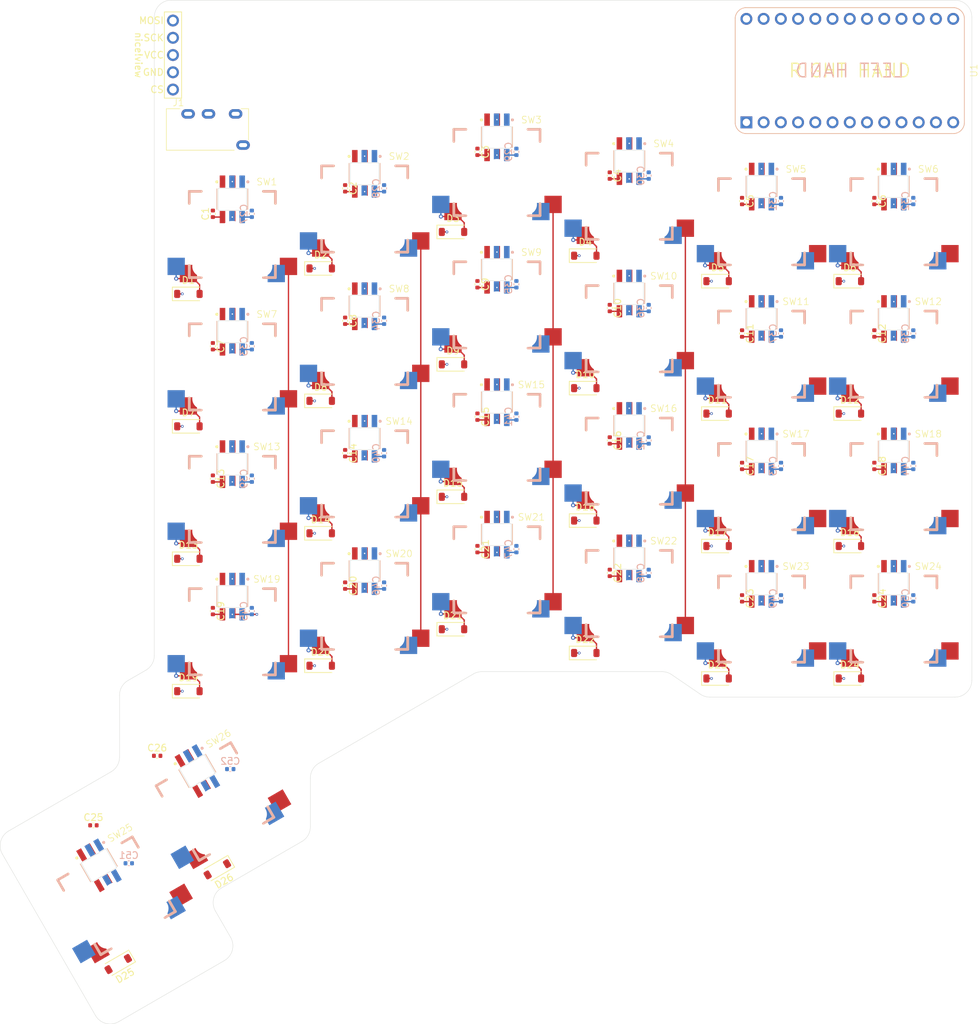
<source format=kicad_pcb>
(kicad_pcb (version 20221018) (generator pcbnew)
  (layers (0 "F.Cu" signal) (1 "In1.Cu" signal) (2 "In2.Cu" signal) (31 "B.Cu" signal) (34 "B.Paste" user) (35 "F.Paste" user) (36 "B.SilkS" user "B.Silkscreen") (37 "F.SilkS" user "F.Silkscreen") (38 "B.Mask" user) (39 "F.Mask" user) (44 "Edge.Cuts" user))
  (net 0 "")
  (net 1 "GND")
  (net 2 "VDD")
  (net 3 "/ROW0")
  (net 4 "Net-(D1-A)")
  (net 5 "Net-(D2-A)")
  (net 6 "Net-(D3-A)")
  (net 7 "Net-(D4-A)")
  (net 8 "Net-(D5-A)")
  (net 9 "Net-(D6-A)")
  (net 10 "/ROW1")
  (net 11 "Net-(D7-A)")
  (net 12 "Net-(D8-A)")
  (net 13 "Net-(D9-A)")
  (net 14 "Net-(D10-A)")
  (net 15 "Net-(D11-A)")
  (net 16 "Net-(D12-A)")
  (net 17 "/ROW2")
  (net 18 "Net-(D13-A)")
  (net 19 "Net-(D14-A)")
  (net 20 "Net-(D15-A)")
  (net 21 "Net-(D16-A)")
  (net 22 "Net-(D17-A)")
  (net 23 "Net-(D18-A)")
  (net 24 "/ROW3")
  (net 25 "Net-(D19-A)")
  (net 26 "Net-(D20-A)")
  (net 27 "Net-(D21-A)")
  (net 28 "Net-(D22-A)")
  (net 29 "Net-(D23-A)")
  (net 30 "Net-(D24-A)")
  (net 31 "/ROW4")
  (net 32 "Net-(D25-A)")
  (net 33 "Net-(D26-A)")
  (net 39 "Net-(SW1-DOUT)")
  (net 40 "/LED_D")
  (net 41 "/COL0")
  (net 42 "Net-(SW2-DOUT)")
  (net 43 "/COL1")
  (net 44 "Net-(SW3-DOUT)")
  (net 45 "/COL2")
  (net 46 "Net-(SW4-DOUT)")
  (net 47 "/COL3")
  (net 48 "Net-(SW5-DOUT)")
  (net 49 "/COL4")
  (net 50 "/COL5")
  (net 51 "Net-(SW7-DOUT)")
  (net 52 "Net-(SW8-DOUT)")
  (net 53 "Net-(SW10-DIN)")
  (net 54 "Net-(SW10-DOUT)")
  (net 55 "Net-(SW11-DOUT)")
  (net 56 "Net-(SW13-DOUT)")
  (net 57 "Net-(SW14-DOUT)")
  (net 58 "Net-(SW15-DOUT)")
  (net 59 "Net-(SW16-DOUT)")
  (net 60 "Net-(SW17-DOUT)")
  (net 61 "Net-(SW19-DOUT)")
  (net 62 "Net-(SW20-DOUT)")
  (net 63 "Net-(SW21-DOUT)")
  (net 64 "Net-(SW22-DOUT)")
  (net 65 "Net-(SW23-DOUT)")
  (net 66 "Net-(SW25-DOUT)")
  (net 90 "Net-(SW6-DOUT)")
  (net 91 "Net-(SW12-DOUT)")
  (net 92 "Net-(SW18-DOUT)")
  (net 93 "Net-(SW24-DOUT)")
  (footprint "Diode_SMD:D_SOD-123" (layer "F.Cu") (at 184.7412 87.1018)
    (fp_text reference "D12")
    (fp_text value "1N4148W" hide)
  )
  (footprint "Capacitor_SMD:C_0402_1005Metric" (layer "F.Cu") (at 149.3458 52.0588 -90)
    (fp_text reference "C4")
    (fp_text value "c=100n" hide)
  )
  (footprint "SWITCH-THT-MX:SWITCH-GATERON-LOW-HOT" (layer "F.Cu") (at 132.7162 71.1018)
    (fp_text reference "SW9")
    (fp_text value "GATERON-MX-HOTSWAP-RGB")
    (fp_line (start -2.1 -6.775) (end -2.1 -3.575) (stroke (width 0.05)) (layer "Edge.Cuts"))
    (fp_line (start 2.1 -6.775) (end -2.1 -6.775) (stroke (width 0.05)) (layer "Edge.Cuts"))
    (fp_line (start 2.1 -6.775) (end 2.1 -3.575) (stroke (width 0.05)) (layer "Edge.Cuts"))
    (fp_line (start 2.1 -3.575) (end -2.1 -3.575) (stroke (width 0.05)) (layer "Edge.Cuts"))
  )
  (footprint "SWITCH-THT-MX:SWITCH-GATERON-LOW-HOT" (layer "F.Cu") (at 93.7162 80.2268)
    (fp_text reference "SW7")
    (fp_text value "GATERON-MX-HOTSWAP-RGB")
    (fp_line (start -2.1 -6.775) (end -2.1 -3.575) (stroke (width 0.05)) (layer "Edge.Cuts"))
    (fp_line (start 2.1 -6.775) (end -2.1 -6.775) (stroke (width 0.05)) (layer "Edge.Cuts"))
    (fp_line (start 2.1 -6.775) (end 2.1 -3.575) (stroke (width 0.05)) (layer "Edge.Cuts"))
    (fp_line (start 2.1 -3.575) (end -2.1 -3.575) (stroke (width 0.05)) (layer "Edge.Cuts"))
  )
  (footprint "Capacitor_SMD:C_0402_1005Metric" (layer "F.Cu") (at 188.3458 94.8088 -90)
    (fp_text reference "C18")
    (fp_text value "c=100n" hide)
  )
  (footprint "Capacitor_SMD:C_0402_1005Metric" (layer "F.Cu") (at 129.8458 107.0588 -90)
    (fp_text reference "C21")
    (fp_text value "c=100n" hide)
  )
  (footprint "SWITCH-THT-MX:SWITCH-GATERON-LOW-HOT" (layer "F.Cu") (at 132.7162 51.6018)
    (fp_text reference "SW3")
    (fp_text value "GATERON-MX-HOTSWAP-RGB")
    (fp_line (start -2.1 -6.775) (end -2.1 -3.575) (stroke (width 0.05)) (layer "Edge.Cuts"))
    (fp_line (start 2.1 -6.775) (end -2.1 -6.775) (stroke (width 0.05)) (layer "Edge.Cuts"))
    (fp_line (start 2.1 -6.775) (end 2.1 -3.575) (stroke (width 0.05)) (layer "Edge.Cuts"))
    (fp_line (start 2.1 -3.575) (end -2.1 -3.575) (stroke (width 0.05)) (layer "Edge.Cuts"))
  )
  (footprint "Diode_SMD:D_SOD-123" (layer "F.Cu") (at 87.2412 69.4768)
    (fp_text reference "D1")
    (fp_text value "1N4148W" hide)
  )
  (footprint "Capacitor_SMD:C_0402_1005Metric" (layer "F.Cu") (at 90.8458 77.1838 -90)
    (fp_text reference "C7")
    (fp_text value "c=100n" hide)
  )
  (footprint "Capacitor_SMD:C_0402_1005Metric" (layer "F.Cu") (at 188.3458 55.8088 -90)
    (fp_text reference "C6")
    (fp_text value "c=100n" hide)
  )
  (footprint "SWITCH-THT-MX:SWITCH-GATERON-LOW-HOT" (layer "F.Cu") (at 132.7162 110.1018)
    (fp_text reference "SW21")
    (fp_text value "GATERON-MX-HOTSWAP-RGB")
    (fp_line (start -2.1 -6.775) (end -2.1 -3.575) (stroke (width 0.05)) (layer "Edge.Cuts"))
    (fp_line (start 2.1 -6.775) (end -2.1 -6.775) (stroke (width 0.05)) (layer "Edge.Cuts"))
    (fp_line (start 2.1 -6.775) (end 2.1 -3.575) (stroke (width 0.05)) (layer "Edge.Cuts"))
    (fp_line (start 2.1 -3.575) (end -2.1 -3.575) (stroke (width 0.05)) (layer "Edge.Cuts"))
  )
  (footprint "Capacitor_SMD:C_0402_1005Metric" (layer "F.Cu") (at 110.3458 112.4338 -90)
    (fp_text reference "C20")
    (fp_text value "c=100n" hide)
  )
  (footprint "SWITCH-THT-MX:SWITCH-GATERON-LOW-HOT" (layer "F.Cu") (at 152.2162 74.6018)
    (fp_text reference "SW10")
    (fp_text value "GATERON-MX-HOTSWAP-RGB")
    (fp_line (start -2.1 -6.775) (end -2.1 -3.575) (stroke (width 0.05)) (layer "Edge.Cuts"))
    (fp_line (start 2.1 -6.775) (end -2.1 -6.775) (stroke (width 0.05)) (layer "Edge.Cuts"))
    (fp_line (start 2.1 -6.775) (end 2.1 -3.575) (stroke (width 0.05)) (layer "Edge.Cuts"))
    (fp_line (start 2.1 -3.575) (end -2.1 -3.575) (stroke (width 0.05)) (layer "Edge.Cuts"))
  )
  (footprint "Capacitor_SMD:C_0402_1005Metric" (layer "F.Cu") (at 168.8458 114.3088 -90)
    (fp_text reference "C23")
    (fp_text value "c=100n" hide)
  )
  (footprint "SWITCH-THT-MX:SWITCH-GATERON-LOW-HOT" (layer "F.Cu") (at 152.2162 55.1018)
    (fp_text reference "SW4")
    (fp_text value "GATERON-MX-HOTSWAP-RGB")
    (fp_line (start -2.1 -6.775) (end -2.1 -3.575) (stroke (width 0.05)) (layer "Edge.Cuts"))
    (fp_line (start 2.1 -6.775) (end -2.1 -6.775) (stroke (width 0.05)) (layer "Edge.Cuts"))
    (fp_line (start 2.1 -6.775) (end 2.1 -3.575) (stroke (width 0.05)) (layer "Edge.Cuts"))
    (fp_line (start 2.1 -3.575) (end -2.1 -3.575) (stroke (width 0.05)) (layer "Edge.Cuts"))
  )
  (footprint "SWITCH-THT-MX:SWITCH-GATERON-LOW-HOT" (layer "F.Cu") (at 191.2162 78.3518)
    (fp_text reference "SW12")
    (fp_text value "GATERON-MX-HOTSWAP-RGB")
    (fp_line (start -2.1 -6.775) (end -2.1 -3.575) (stroke (width 0.05)) (layer "Edge.Cuts"))
    (fp_line (start 2.1 -6.775) (end -2.1 -6.775) (stroke (width 0.05)) (layer "Edge.Cuts"))
    (fp_line (start 2.1 -6.775) (end 2.1 -3.575) (stroke (width 0.05)) (layer "Edge.Cuts"))
    (fp_line (start 2.1 -3.575) (end -2.1 -3.575) (stroke (width 0.05)) (layer "Edge.Cuts"))
  )
  (footprint "Diode_SMD:D_SOD-123" (layer "F.Cu") (at 126.2412 79.8518)
    (fp_text reference "D9")
    (fp_text value "1N4148W" hide)
  )
  (footprint "DEV-BOARD:Nice!Nano" (layer "F.Cu") (at 184.7262 36.5988 90)
    (fp_text reference "U1")
    (fp_text value "Nice!Nano")
  )
  (footprint "Capacitor_SMD:C_0402_1005Metric" (layer "F.Cu") (at 110.3458 53.9338 -90)
    (fp_text reference "C2")
    (fp_text value "c=100n" hide)
  )
  (footprint "Diode_SMD:D_SOD-123" (layer "F.Cu") (at 184.7412 126.1018)
    (fp_text reference "D24")
    (fp_text value "1N4148W" hide)
  )
  (footprint "SWITCH-THT-MX:SWITCH-GATERON-LOW-HOT" (layer "F.Cu") (at 152.2162 94.1018)
    (fp_text reference "SW16")
    (fp_text value "GATERON-MX-HOTSWAP-RGB")
    (fp_line (start -2.1 -6.775) (end -2.1 -3.575) (stroke (width 0.05)) (layer "Edge.Cuts"))
    (fp_line (start 2.1 -6.775) (end -2.1 -6.775) (stroke (width 0.05)) (layer "Edge.Cuts"))
    (fp_line (start 2.1 -6.775) (end 2.1 -3.575) (stroke (width 0.05)) (layer "Edge.Cuts"))
    (fp_line (start 2.1 -3.575) (end -2.1 -3.575) (stroke (width 0.05)) (layer "Edge.Cuts"))
  )
  (footprint "SWITCH-THT-MX:SWITCH-GATERON-LOW-HOT" (layer "F.Cu") (at 152.2162 113.6018)
    (fp_text reference "SW22")
    (fp_text value "GATERON-MX-HOTSWAP-RGB")
    (fp_line (start -2.1 -6.775) (end -2.1 -3.575) (stroke (width 0.05)) (layer "Edge.Cuts"))
    (fp_line (start 2.1 -6.775) (end -2.1 -6.775) (stroke (width 0.05)) (layer "Edge.Cuts"))
    (fp_line (start 2.1 -6.775) (end 2.1 -3.575) (stroke (width 0.05)) (layer "Edge.Cuts"))
    (fp_line (start 2.1 -3.575) (end -2.1 -3.575) (stroke (width 0.05)) (layer "Edge.Cuts"))
  )
  (footprint "Capacitor_SMD:C_0402_1005Metric" (layer "F.Cu") (at 149.3458 71.5588 -90)
    (fp_text reference "C10")
    (fp_text value "c=100n" hide)
  )
  (footprint "Diode_SMD:D_SOD-123" (layer "F.Cu") (at 145.7412 102.8518)
    (fp_text reference "D16")
    (fp_text value "1N4148W" hide)
  )
  (footprint "SWITCH-THT-MX:SWITCH-GATERON-LOW-HOT" (layer "F.Cu") (at 171.7162 97.8518)
    (fp_text reference "SW17")
    (fp_text value "GATERON-MX-HOTSWAP-RGB")
    (fp_line (start -2.1 -6.775) (end -2.1 -3.575) (stroke (width 0.05)) (layer "Edge.Cuts"))
    (fp_line (start 2.1 -6.775) (end -2.1 -6.775) (stroke (width 0.05)) (layer "Edge.Cuts"))
    (fp_line (start 2.1 -6.775) (end 2.1 -3.575) (stroke (width 0.05)) (layer "Edge.Cuts"))
    (fp_line (start 2.1 -3.575) (end -2.1 -3.575) (stroke (width 0.05)) (layer "Edge.Cuts"))
  )
  (footprint "nice_view:nice_view" (layer "F.Cu") (at 101.4762 34.3068 -90)
    (fp_text reference "Display1")
    (fp_text value "nice!view")
  )
  (footprint "Capacitor_SMD:C_0402_1005Metric" (layer "F.Cu") (at 129.8458 68.0588 -90)
    (fp_text reference "C9")
    (fp_text value "c=100n" hide)
  )
  (footprint "Diode_SMD:D_SOD-123" (layer "F.Cu") (at 145.7412 83.3518)
    (fp_text reference "D10")
    (fp_text value "1N4148W" hide)
  )
  (footprint "Diode_SMD:D_SOD-123" (layer "F.Cu") (at 87.2412 88.9768)
    (fp_text reference "D7")
    (fp_text value "1N4148W" hide)
  )
  (footprint "SWITCH-THT-MX:SWITCH-GATERON-LOW-HOT" (layer "F.Cu") (at 191.2162 117.3518)
    (fp_text reference "SW24")
    (fp_text value "GATERON-MX-HOTSWAP-RGB")
    (fp_line (start -2.1 -6.775) (end -2.1 -3.575) (stroke (width 0.05)) (layer "Edge.Cuts"))
    (fp_line (start 2.1 -6.775) (end -2.1 -6.775) (stroke (width 0.05)) (layer "Edge.Cuts"))
    (fp_line (start 2.1 -6.775) (end 2.1 -3.575) (stroke (width 0.05)) (layer "Edge.Cuts"))
    (fp_line (start 2.1 -3.575) (end -2.1 -3.575) (stroke (width 0.05)) (layer "Edge.Cuts"))
  )
  (footprint "Capacitor_SMD:C_0402_1005Metric" (layer "F.Cu") (at 73.241 147.7268)
    (fp_text reference "C25")
    (fp_text value "c=100n" hide)
  )
  (footprint "SWITCH-THT-MX:SWITCH-GATERON-LOW-HOT" (layer "F.Cu") (at 113.2162 95.9768)
    (fp_text reference "SW14")
    (fp_text value "GATERON-MX-HOTSWAP-RGB")
    (fp_line (start -2.1 -6.775) (end -2.1 -3.575) (stroke (width 0.05)) (layer "Edge.Cuts"))
    (fp_line (start 2.1 -6.775) (end -2.1 -6.775) (stroke (width 0.05)) (layer "Edge.Cuts"))
    (fp_line (start 2.1 -6.775) (end 2.1 -3.575) (stroke (width 0.05)) (layer "Edge.Cuts"))
    (fp_line (start 2.1 -3.575) (end -2.1 -3.575) (stroke (width 0.05)) (layer "Edge.Cuts"))
  )
  (footprint "SWITCH-THT-MX:SWITCH-GATERON-LOW-HOT" (layer "F.Cu") (at 171.7162 78.3518)
    (fp_text reference "SW11")
    (fp_text value "GATERON-MX-HOTSWAP-RGB")
    (fp_line (start -2.1 -6.775) (end -2.1 -3.575) (stroke (width 0.05)) (layer "Edge.Cuts"))
    (fp_line (start 2.1 -6.775) (end -2.1 -6.775) (stroke (width 0.05)) (layer "Edge.Cuts"))
    (fp_line (start 2.1 -6.775) (end 2.1 -3.575) (stroke (width 0.05)) (layer "Edge.Cuts"))
    (fp_line (start 2.1 -3.575) (end -2.1 -3.575) (stroke (width 0.05)) (layer "Edge.Cuts"))
  )
  (footprint "SWITCH-THT-MX:SWITCH-GATERON-LOW-HOT" (layer "F.Cu") (at 171.7162 117.3518)
    (fp_text reference "SW23")
    (fp_text value "GATERON-MX-HOTSWAP-RGB")
    (fp_line (start -2.1 -6.775) (end -2.1 -3.575) (stroke (width 0.05)) (layer "Edge.Cuts"))
    (fp_line (start 2.1 -6.775) (end -2.1 -6.775) (stroke (width 0.05)) (layer "Edge.Cuts"))
    (fp_line (start 2.1 -6.775) (end 2.1 -3.575) (stroke (width 0.05)) (layer "Edge.Cuts"))
    (fp_line (start 2.1 -3.575) (end -2.1 -3.575) (stroke (width 0.05)) (layer "Edge.Cuts"))
  )
  (footprint "Capacitor_SMD:C_0402_1005Metric" (layer "F.Cu") (at 188.3458 114.3088 -90)
    (fp_text reference "C24")
    (fp_text value "c=100n" hide)
  )
  (footprint "Capacitor_SMD:C_0402_1005Metric" (layer "F.Cu") (at 168.8458 75.3088 -90)
    (fp_text reference "C11")
    (fp_text value "c=100n" hide)
  )
  (footprint "Capacitor_SMD:C_0402_1005Metric" (layer "F.Cu") (at 90.8458 116.1838 -90)
    (fp_text reference "C19")
    (fp_text value "c=100n" hide)
  )
  (footprint "Diode_SMD:D_SOD-123" (layer "F.Cu") (at 126.2412 118.8518)
    (fp_text reference "D21")
    (fp_text value "1N4148W" hide)
  )
  (footprint "SWITCH-THT-MX:SWITCH-GATERON-LOW-HOT" (layer "F.Cu") (at 171.7162 58.8518)
    (fp_text reference "SW5")
    (fp_text value "GATERON-MX-HOTSWAP-RGB")
    (fp_line (start -2.1 -6.775) (end -2.1 -3.575) (stroke (width 0.05)) (layer "Edge.Cuts"))
    (fp_line (start 2.1 -6.775) (end -2.1 -6.775) (stroke (width 0.05)) (layer "Edge.Cuts"))
    (fp_line (start 2.1 -6.775) (end 2.1 -3.575) (stroke (width 0.05)) (layer "Edge.Cuts"))
    (fp_line (start 2.1 -3.575) (end -2.1 -3.575) (stroke (width 0.05)) (layer "Edge.Cuts"))
  )
  (footprint "Capacitor_SMD:C_0402_1005Metric" (layer "F.Cu") (at 110.3458 73.4338 -90)
    (fp_text reference "C8")
    (fp_text value "c=100n" hide)
  )
  (footprint "Capacitor_SMD:C_0402_1005Metric" (layer "F.Cu") (at 168.8458 94.8088 -90)
    (fp_text reference "C17")
    (fp_text value "c=100n" hide)
  )
  (footprint "CONN-THT-JACK:PJ-320A" (layer "F.Cu") (at 84 45.2668)
    (fp_text reference "J1")
    (fp_text value "AudioJack4")
  )
  (footprint "Diode_SMD:D_SOD-123" (layer "F.Cu") (at 145.7412 63.8518)
    (fp_text reference "D4")
    (fp_text value "1N4148W" hide)
  )
  (footprint "Diode_SMD:D_SOD-123" (layer "F.Cu") (at 87.2412 108.4768)
    (fp_text reference "D13")
    (fp_text value "1N4148W" hide)
  )
  (footprint "Capacitor_SMD:C_0402_1005Metric" (layer "F.Cu") (at 149.3458 110.5588 -90)
    (fp_text reference "C22")
    (fp_text value "c=100n" hide)
  )
  (footprint "Capacitor_SMD:C_0402_1005Metric" (layer "F.Cu") (at 129.8458 48.5588 -90)
    (fp_text reference "C3")
    (fp_text value "c=100n" hide)
  )
  (footprint "SWITCH-THT-MX:SWITCH-GATERON-LOW-HOT" (layer "F.Cu") (at 93.7162 119.2268)
    (fp_text reference "SW19")
    (fp_text value "GATERON-MX-HOTSWAP-RGB")
    (fp_line (start -2.1 -6.775) (end -2.1 -3.575) (stroke (width 0.05)) (layer "Edge.Cuts"))
    (fp_line (start 2.1 -6.775) (end -2.1 -6.775) (stroke (width 0.05)) (layer "Edge.Cuts"))
    (fp_line (start 2.1 -6.775) (end 2.1 -3.575) (stroke (width 0.05)) (layer "Edge.Cuts"))
    (fp_line (start 2.1 -3.575) (end -2.1 -3.575) (stroke (width 0.05)) (layer "Edge.Cuts"))
  )
  (footprint "Diode_SMD:D_SOD-123" (layer "F.Cu") (at 126.2412 60.3518)
    (fp_text reference "D3")
    (fp_text value "1N4148W" hide)
  )
  (footprint "SWITCH-THT-MX:SWITCH-GATERON-LOW-HOT" (layer "F.Cu") (at 113.2162 56.9768)
    (fp_text reference "SW2")
    (fp_text value "GATERON-MX-HOTSWAP-RGB")
    (fp_line (start -2.1 -6.775) (end -2.1 -3.575) (stroke (width 0.05)) (layer "Edge.Cuts"))
    (fp_line (start 2.1 -6.775) (end -2.1 -6.775) (stroke (width 0.05)) (layer "Edge.Cuts"))
    (fp_line (start 2.1 -6.775) (end 2.1 -3.575) (stroke (width 0.05)) (layer "Edge.Cuts"))
    (fp_line (start 2.1 -3.575) (end -2.1 -3.575) (stroke (width 0.05)) (layer "Edge.Cuts"))
  )
  (footprint "Diode_SMD:D_SOD-123" (layer "F.Cu") (at 165.2412 67.6018)
    (fp_text reference "D5")
    (fp_text value "1N4148W" hide)
  )
  (footprint "Diode_SMD:D_SOD-123" (layer "F.Cu") (at 165.2412 87.1018)
    (fp_text reference "D11")
    (fp_text value "1N4148W" hide)
  )
  (footprint "SWITCH-THT-MX:SWITCH-GATERON-LOW-HOT" (layer "F.Cu") (at 191.2162 58.8518)
    (fp_text reference "SW6")
    (fp_text value "GATERON-MX-HOTSWAP-RGB")
    (fp_line (start -2.1 -6.775) (end -2.1 -3.575) (stroke (width 0.05)) (layer "Edge.Cuts"))
    (fp_line (start 2.1 -6.775) (end -2.1 -6.775) (stroke (width 0.05)) (layer "Edge.Cuts"))
    (fp_line (start 2.1 -6.775) (end 2.1 -3.575) (stroke (width 0.05)) (layer "Edge.Cuts"))
    (fp_line (start 2.1 -3.575) (end -2.1 -3.575) (stroke (width 0.05)) (layer "Edge.Cuts"))
  )
  (footprint "Capacitor_SMD:C_0402_1005Metric" (layer "F.Cu") (at 82.639 137.4906)
    (fp_text reference "C26")
    (fp_text value "c=100n" hide)
  )
  (footprint "SWITCH-THT-MX:SWITCH-GATERON-LOW-HOT" (layer "F.Cu") (at 76.6482 158.1008 30)
    (fp_text reference "SW25")
    (fp_text value "GATERON-MX-HOTSWAP-RGB")
    (fp_line (start -2.1 -6.775) (end -2.1 -3.575) (stroke (width 0.05)) (layer "Edge.Cuts"))
    (fp_line (start 2.1 -6.775) (end -2.1 -6.775) (stroke (width 0.05)) (layer "Edge.Cuts"))
    (fp_line (start 2.1 -6.775) (end 2.1 -3.575) (stroke (width 0.05)) (layer "Edge.Cuts"))
    (fp_line (start 2.1 -3.575) (end -2.1 -3.575) (stroke (width 0.05)) (layer "Edge.Cuts"))
  )
  (footprint "Capacitor_SMD:C_0402_1005Metric" (layer "F.Cu") (at 90.8458 96.6838 -90)
    (fp_text reference "C13")
    (fp_text value "c=100n" hide)
  )
  (footprint "Capacitor_SMD:C_0402_1005Metric" (layer "F.Cu") (at 168.8458 55.8088 -90)
    (fp_text reference "C5")
    (fp_text value "c=100n" hide)
  )
  (footprint "SWITCH-THT-MX:SWITCH-GATERON-LOW-HOT" (layer "F.Cu") (at 132.7162 90.6018)
    (fp_text reference "SW15")
    (fp_text value "GATERON-MX-HOTSWAP-RGB")
    (fp_line (start -2.1 -6.775) (end -2.1 -3.575) (stroke (width 0.05)) (layer "Edge.Cuts"))
    (fp_line (start 2.1 -6.775) (end -2.1 -6.775) (stroke (width 0.05)) (layer "Edge.Cuts"))
    (fp_line (start 2.1 -6.775) (end 2.1 -3.575) (stroke (width 0.05)) (layer "Edge.Cuts"))
    (fp_line (start 2.1 -3.575) (end -2.1 -3.575) (stroke (width 0.05)) (layer "Edge.Cuts"))
  )
  (footprint "SWITCH-THT-MX:SWITCH-GATERON-LOW-HOT" (layer "F.Cu") (at 91.1542 144.2268 30)
    (fp_text reference "SW26")
    (fp_text value "GATERON-MX-HOTSWAP-RGB")
    (fp_line (start -2.1 -6.775) (end -2.1 -3.575) (stroke (width 0.05)) (layer "Edge.Cuts"))
    (fp_line (start 2.1 -6.775) (end -2.1 -6.775) (stroke (width 0.05)) (layer "Edge.Cuts"))
    (fp_line (start 2.1 -6.775) (end 2.1 -3.575) (stroke (width 0.05)) (layer "Edge.Cuts"))
    (fp_line (start 2.1 -3.575) (end -2.1 -3.575) (stroke (width 0.05)) (layer "Edge.Cuts"))
  )
  (footprint "SWITCH-THT-MX:SWITCH-GATERON-LOW-HOT" (layer "F.Cu") (at 113.2162 76.4768)
    (fp_text reference "SW8")
    (fp_text value "GATERON-MX-HOTSWAP-RGB")
    (fp_line (start -2.1 -6.775) (end -2.1 -3.575) (stroke (width 0.05)) (layer "Edge.Cuts"))
    (fp_line (start 2.1 -6.775) (end -2.1 -6.775) (stroke (width 0.05)) (layer "Edge.Cuts"))
    (fp_line (start 2.1 -6.775) (end 2.1 -3.575) (stroke (width 0.05)) (layer "Edge.Cuts"))
    (fp_line (start 2.1 -3.575) (end -2.1 -3.575) (stroke (width 0.05)) (layer "Edge.Cuts"))
  )
  (footprint "Diode_SMD:D_SOD-123" (layer "F.Cu") (at 76.9012 168.1484 -150)
    (fp_text reference "D25")
    (fp_text value "1N4148W" hide)
  )
  (footprint "Diode_SMD:D_SOD-123" (layer "F.Cu") (at 184.7412 106.6018)
    (fp_text reference "D18")
    (fp_text value "1N4148W" hide)
  )
  (footprint "Capacitor_SMD:C_0402_1005Metric" (layer "F.Cu") (at 129.8458 87.5588 -90)
    (fp_text reference "C15")
    (fp_text value "c=100n" hide)
  )
  (footprint "Capacitor_SMD:C_0402_1005Metric" (layer "F.Cu") (at 110.3458 92.9338 -90)
    (fp_text reference "C14")
    (fp_text value "c=100n" hide)
  )
  (footprint "Diode_SMD:D_SOD-123" (layer "F.Cu") (at 106.7412 65.7268)
    (fp_text reference "D2")
    (fp_text value "1N4148W" hide)
  )
  (footprint "Capacitor_SMD:C_0402_1005Metric" (layer "F.Cu") (at 188.3458 75.3088 -90)
    (fp_text reference "C12")
    (fp_text value "c=100n" hide)
  )
  (footprint "Diode_SMD:D_SOD-123" (layer "F.Cu") (at 126.2412 99.3518)
    (fp_text reference "D15")
    (fp_text value "1N4148W" hide)
  )
  (footprint "Diode_SMD:D_SOD-123" (layer "F.Cu") (at 106.7412 104.7268)
    (fp_text reference "D14")
    (fp_text value "1N4148W" hide)
  )
  (footprint "SWITCH-THT-MX:SWITCH-GATERON-LOW-HOT" (layer "F.Cu") (at 93.7162 60.7268)
    (fp_text reference "SW1")
    (fp_text value "GATERON-MX-HOTSWAP-RGB")
    (fp_line (start -2.1 -6.775) (end -2.1 -3.575) (stroke (width 0.05)) (layer "Edge.Cuts"))
    (fp_line (start 2.1 -6.775) (end -2.1 -6.775) (stroke (width 0.05)) (layer "Edge.Cuts"))
    (fp_line (start 2.1 -6.775) (end 2.1 -3.575) (stroke (width 0.05)) (layer "Edge.Cuts"))
    (fp_line (start 2.1 -3.575) (end -2.1 -3.575) (stroke (width 0.05)) (layer "Edge.Cuts"))
  )
  (footprint "Diode_SMD:D_SOD-123" (layer "F.Cu") (at 165.2412 106.6018)
    (fp_text reference "D17")
    (fp_text value "1N4148W" hide)
  )
  (footprint "Diode_SMD:D_SOD-123" (layer "F.Cu") (at 184.7412 67.6018)
    (fp_text reference "D6")
    (fp_text value "1N4148W" hide)
  )
  (footprint "Diode_SMD:D_SOD-123" (layer "F.Cu") (at 87.2412 127.9768)
    (fp_text reference "D19")
    (fp_text value "1N4148W" hide)
  )
  (footprint "SWITCH-THT-MX:SWITCH-GATERON-LOW-HOT" (layer "F.Cu") (at 113.2162 115.4768)
    (fp_text reference "SW20")
    (fp_text value "GATERON-MX-HOTSWAP-RGB")
    (fp_line (start -2.1 -6.775) (end -2.1 -3.575) (stroke (width 0.05)) (layer "Edge.Cuts"))
    (fp_line (start 2.1 -6.775) (end -2.1 -6.775) (stroke (width 0.05)) (layer "Edge.Cuts"))
    (fp_line (start 2.1 -6.775) (end 2.1 -3.575) (stroke (width 0.05)) (layer "Edge.Cuts"))
    (fp_line (start 2.1 -3.575) (end -2.1 -3.575) (stroke (width 0.05)) (layer "Edge.Cuts"))
  )
  (footprint "Diode_SMD:D_SOD-123" (layer "F.Cu") (at 106.7412 85.2268)
    (fp_text reference "D8")
    (fp_text value "1N4148W" hide)
  )
  (footprint "Diode_SMD:D_SOD-123" (layer "F.Cu") (at 165.2412 126.1018)
    (fp_text reference "D23")
    (fp_text value "1N4148W" hide)
  )
  (footprint "Diode_SMD:D_SOD-123" (layer "F.Cu") (at 145.7412 122.3518)
    (fp_text reference "D22")
    (fp_text value "1N4148W" hide)
  )
  (footprint "Diode_SMD:D_SOD-123" (layer "F.Cu") (at 91.5062 154.2038 -150)
    (fp_text reference "D26")
    (fp_text value "1N4148W" hide)
  )
  (footprint "Capacitor_SMD:C_0402_1005Metric" (layer "F.Cu") (at 90.8458 57.6838 -90)
    (fp_text reference "C1")
    (fp_text value "c=100n" hide)
  )
  (footprint "SWITCH-THT-MX:SWITCH-GATERON-LOW-HOT" (layer "F.Cu") (at 93.7162 99.7268)
    (fp_text reference "SW13")
    (fp_text value "GATERON-MX-HOTSWAP-RGB")
    (fp_line (start -2.1 -6.775) (end -2.1 -3.575) (stroke (width 0.05)) (layer "Edge.Cuts"))
    (fp_line (start 2.1 -6.775) (end -2.1 -6.775) (stroke (width 0.05)) (layer "Edge.Cuts"))
    (fp_line (start 2.1 -6.775) (end 2.1 -3.575) (stroke (width 0.05)) (layer "Edge.Cuts"))
    (fp_line (start 2.1 -3.575) (end -2.1 -3.575) (stroke (width 0.05)) (layer "Edge.Cuts"))
  )
  (footprint "SWITCH-THT-MX:SWITCH-GATERON-LOW-HOT" (layer "F.Cu") (at 191.2162 97.8518)
    (fp_text reference "SW18")
    (fp_text value "GATERON-MX-HOTSWAP-RGB")
    (fp_line (start -2.1 -6.775) (end -2.1 -3.575) (stroke (width 0.05)) (layer "Edge.Cuts"))
    (fp_line (start 2.1 -6.775) (end -2.1 -6.775) (stroke (width 0.05)) (layer "Edge.Cuts"))
    (fp_line (start 2.1 -6.775) (end 2.1 -3.575) (stroke (width 0.05)) (layer "Edge.Cuts"))
    (fp_line (start 2.1 -3.575) (end -2.1 -3.575) (stroke (width 0.05)) (layer "Edge.Cuts"))
  )
  (footprint "Diode_SMD:D_SOD-123" (layer "F.Cu") (at 106.7412 124.2268)
    (fp_text reference "D20")
    (fp_text value "1N4148W" hide)
  )
  (footprint "Capacitor_SMD:C_0402_1005Metric" (layer "F.Cu") (at 149.3458 91.0588 -90)
    (fp_text reference "C16")
    (fp_text value "c=100n" hide)
  )
  (footprint "Capacitor_SMD:C_0402_1005Metric" (layer "B.Cu") (at 174.5866 55.8088 -90)
    (fp_text reference "C31")
    (fp_text value "c=100n" hide)
  )
  (footprint "Capacitor_SMD:C_0402_1005Metric" (layer "B.Cu") (at 194.0866 114.3088 -90)
    (fp_text reference "C50")
    (fp_text value "c=100n" hide)
  )
  (footprint "Capacitor_SMD:C_0402_1005Metric" (layer "B.Cu") (at 135.5866 87.5588 -90)
    (fp_text reference "C41")
    (fp_text value "c=100n" hide)
  )
  (footprint "Capacitor_SMD:C_0402_1005Metric" (layer "B.Cu") (at 174.5866 114.3088 -90)
    (fp_text reference "C49")
    (fp_text value "c=100n" hide)
  )
  (footprint "Capacitor_SMD:C_0402_1005Metric" (layer "B.Cu") (at 155.0866 110.5588 -90)
    (fp_text reference "C48")
    (fp_text value "c=100n" hide)
  )
  (footprint "Capacitor_SMD:C_0402_1005Metric" (layer "B.Cu") (at 155.0866 91.0588 -90)
    (fp_text reference "C42")
    (fp_text value "c=100n" hide)
  )
  (footprint "Capacitor_SMD:C_0402_1005Metric" (layer "B.Cu") (at 78.4506 153.3148 180)
    (fp_text reference "C51")
    (fp_text value "c=100n" hide)
  )
  (footprint "Capacitor_SMD:C_0402_1005Metric" (layer "B.Cu") (at 155.0866 52.0588 -90)
    (fp_text reference "C30")
    (fp_text value "c=100n" hide)
  )
  (footprint "Capacitor_SMD:C_0402_1005Metric" (layer "B.Cu") (at 116.0866 92.9338 -90)
    (fp_text reference "C40")
    (fp_text value "c=100n" hide)
  )
  (footprint "Capacitor_SMD:C_0402_1005Metric" (layer "B.Cu") (at 155.0866 71.5588 -90)
    (fp_text reference "C36")
    (fp_text value "c=100n" hide)
  )
  (footprint "Capacitor_SMD:C_0402_1005Metric" (layer "B.Cu") (at 116.0866 73.4338 -90)
    (fp_text reference "C34")
    (fp_text value "c=100n" hide)
  )
  (footprint "Capacitor_SMD:C_0402_1005Metric" (layer "B.Cu") (at 96.5866 77.1838 -90)
    (fp_text reference "C33")
    (fp_text value "c=100n" hide)
  )
  (footprint "Capacitor_SMD:C_0402_1005Metric" (layer "B.Cu") (at 135.5866 107.0588 -90)
    (fp_text reference "C47")
    (fp_text value "c=100n" hide)
  )
  (footprint "Capacitor_SMD:C_0402_1005Metric" (layer "B.Cu") (at 135.5866 48.5588 -90)
    (fp_text reference "C29")
    (fp_text value "c=100n" hide)
  )
  (footprint "Capacitor_SMD:C_0402_1005Metric" (layer "B.Cu") (at 174.5866 94.8088 -90)
    (fp_text reference "C43")
    (fp_text value "c=100n" hide)
  )
  (footprint "Capacitor_SMD:C_0402_1005Metric" (layer "B.Cu") (at 96.5866 116.1838 -90)
    (fp_text reference "C45")
    (fp_text value "c=100n" hide)
  )
  (footprint "Capacitor_SMD:C_0402_1005Metric" (layer "B.Cu") (at 116.0866 112.4338 -90)
    (fp_text reference "C46")
    (fp_text value "c=100n" hide)
  )
  (footprint "Capacitor_SMD:C_0402_1005Metric" (layer "B.Cu") (at 93.4112 139.4464 180)
    (fp_text reference "C52")
    (fp_text value "c=100n" hide)
  )
  (footprint "Capacitor_SMD:C_0402_1005Metric" (layer "B.Cu") (at 96.5866 57.6838 -90)
    (fp_text reference "C27")
    (fp_text value "c=100n" hide)
  )
  (footprint "Capacitor_SMD:C_0402_1005Metric" (layer "B.Cu") (at 194.0866 55.8088 -90)
    (fp_text reference "C32")
    (fp_text value "c=100n" hide)
  )
  (footprint "Capacitor_SMD:C_0402_1005Metric" (layer "B.Cu") (at 135.5866 68.0588 -90)
    (fp_text reference "C35")
    (fp_text value "c=100n" hide)
  )
  (footprint "Capacitor_SMD:C_0402_1005Metric" (layer "B.Cu") (at 96.5866 96.6838 -90)
    (fp_text reference "C39")
    (fp_text value "c=100n" hide)
  )
  (footprint "Capacitor_SMD:C_0402_1005Metric" (layer "B.Cu") (at 174.5866 75.3088 -90)
    (fp_text reference "C37")
    (fp_text value "c=100n" hide)
  )
  (footprint "Capacitor_SMD:C_0402_1005Metric" (layer "B.Cu") (at 194.0866 75.3088 -90)
    (fp_text reference "C38")
    (fp_text value "c=100n" hide)
  )
  (footprint "Capacitor_SMD:C_0402_1005Metric" (layer "B.Cu") (at 116.0866 53.9338 -90)
    (fp_text reference "C28")
    (fp_text value "c=100n" hide)
  )
  (footprint "Capacitor_SMD:C_0402_1005Metric" (layer "B.Cu") (at 194.0866 94.8088 -90)
    (fp_text reference "C44")
    (fp_text value "c=100n" hide)
  )
  (gr_line (start 164.0992 128.8518) (end 200.2162 128.8518) (stroke (width 0.05)) (layer "Edge.Cuts"))
  (gr_arc (start 200.2162 26.2268) (mid 201.983968 26.959032) (end 202.7162 28.7268) (stroke (width 0.05)) (layer "Edge.Cuts"))
  (gr_arc (start 77.0922 128.5668) (mid 77.427145 127.316832) (end 78.3422 126.4018) (stroke (width 0.05)) (layer "Edge.Cuts"))
  (gr_line (start 106.4662 138.5898) (end 129.2482 125.4368) (stroke (width 0.05)) (layer "Edge.Cuts"))
  (gr_arc (start 157.0572 125.1018) (mid 157.793921 125.212644) (end 158.4652 125.5358) (stroke (width 0.05)) (layer "Edge.Cuts"))
  (gr_line (start 130.4982 125.1018) (end 157.0572 125.1018) (stroke (width 0.05)) (layer "Edge.Cuts"))
  (gr_arc (start 202.7162 126.3518) (mid 201.983968 128.119568) (end 200.2162 128.8518) (stroke (width 0.05)) (layer "Edge.Cuts"))
  (gr_arc (start 129.2482 125.4368) (mid 129.851148 125.187017) (end 130.4982 125.1018) (stroke (width 0.05)) (layer "Edge.Cuts"))
  (gr_line (start 78.3422 126.4018) (end 80.9662 124.8868) (stroke (width 0.05)) (layer "Edge.Cuts"))
  (gr_line (start 75.8422 139.8458) (end 60.7482 148.5608) (stroke (width 0.05)) (layer "Edge.Cuts"))
  (gr_arc (start 82.2162 28.7268) (mid 82.948432 26.959032) (end 84.7162 26.2268) (stroke (width 0.05)) (layer "Edge.Cuts"))
  (gr_arc (start 105.2162 140.7548) (mid 105.551145 139.504832) (end 106.4662 138.5898) (stroke (width 0.05)) (layer "Edge.Cuts"))
  (gr_line (start 103.9662 150.1088) (end 92.1412 156.9358) (stroke (width 0.05)) (layer "Edge.Cuts"))
  (gr_arc (start 82.2162 122.7218) (mid 81.881255 123.971768) (end 80.9662 124.8868) (stroke (width 0.05)) (layer "Edge.Cuts"))
  (gr_arc (start 91.2262 160.3508) (mid 90.976429 158.453797) (end 92.1412 156.9358) (stroke (width 0.05)) (layer "Edge.Cuts"))
  (gr_line (start 105.2162 147.9438) (end 105.2162 140.7548) (stroke (width 0.05)) (layer "Edge.Cuts"))
  (gr_arc (start 105.2162 147.9438) (mid 104.881255 149.193768) (end 103.9662 150.1088) (stroke (width 0.05)) (layer "Edge.Cuts"))
  (gr_line (start 82.2162 122.7218) (end 82.2162 28.7268) (stroke (width 0.05)) (layer "Edge.Cuts"))
  (gr_arc (start 59.8322 151.9758) (mid 59.582429 150.078797) (end 60.7472 148.5608) (stroke (width 0.05)) (layer "Edge.Cuts"))
  (gr_line (start 77.0922 137.6808) (end 77.0922 128.5678) (stroke (width 0.05)) (layer "Edge.Cuts"))
  (gr_line (start 202.7162 126.3518) (end 202.7162 28.7268) (stroke (width 0.05)) (layer "Edge.Cuts"))
  (gr_line (start 92.5482 167.6408) (end 76.9602 176.6408) (stroke (width 0.05)) (layer "Edge.Cuts"))
  (gr_line (start 91.2262 160.3508) (end 93.4642 164.2258) (stroke (width 0.05)) (layer "Edge.Cuts"))
  (gr_arc (start 93.4642 164.2258) (mid 93.713971 166.122803) (end 92.5492 167.6408) (stroke (width 0.05)) (layer "Edge.Cuts"))
  (gr_arc (start 77.0922 137.6808) (mid 76.757255 138.930768) (end 75.8422 139.8458) (stroke (width 0.05)) (layer "Edge.Cuts"))
  (gr_arc (start 76.9602 176.6408) (mid 75.063197 176.890571) (end 73.5452 175.7258) (stroke (width 0.05)) (layer "Edge.Cuts"))
  (gr_line (start 59.8322 151.9758) (end 73.5452 175.7258) (stroke (width 0.05)) (layer "Edge.Cuts"))
  (gr_line (start 158.4652 125.5358) (end 162.6912 128.4178) (stroke (width 0.05)) (layer "Edge.Cuts"))
  (gr_line (start 200.2162 26.2268) (end 84.7162 26.2268) (stroke (width 0.05)) (layer "Edge.Cuts"))
  (gr_arc (start 164.0992 128.8518) (mid 163.362479 128.740956) (end 162.6912 128.4178) (stroke (width 0.05)) (layer "Edge.Cuts"))
  (via (at 93.7162 52.9398) (size 0.4064) (drill 0.2032) (layers "F.Cu" "B.Cu") (net 1))
  (via (at 132.7162 82.8148) (size 0.4064) (drill 0.2032) (layers "F.Cu" "B.Cu") (net 1))
  (via (at 93.7162 111.4398) (size 0.4064) (drill 0.2032) (layers "F.Cu" "B.Cu") (net 1))
  (via (at 93.7162 72.4398) (size 0.4064) (drill 0.2032) (layers "F.Cu" "B.Cu") (net 1))
  (via (at 171.7162 109.5648) (size 0.4064) (drill 0.2032) (layers "F.Cu" "B.Cu") (net 1))
  (via (at 152.2162 47.3148) (size 0.4064) (drill 0.2032) (layers "F.Cu" "B.Cu") (net 1))
  (via (at 152.2162 86.3148) (size 0.4064) (drill 0.2032) (layers "F.Cu" "B.Cu") (net 1))
  (via (at 171.7162 70.6124) (size 0.4064) (drill 0.2032) (layers "F.Cu" "B.Cu") (net 1))
  (via (at 171.7162 90.0648) (size 0.4064) (drill 0.2032) (layers "F.Cu" "B.Cu") (net 1))
  (via (at 132.7162 102.3148) (size 0.4064) (drill 0.2032) (layers "F.Cu" "B.Cu") (net 1))
  (via (at 191.2162 51.0648) (size 0.4064) (drill 0.2032) (layers "F.Cu" "B.Cu") (net 1))
  (via (at 152.2162 66.8148) (size 0.4064) (drill 0.2032) (layers "F.Cu" "B.Cu") (net 1))
  (via (at 132.7162 43.8148) (size 0.4064) (drill 0.2032) (layers "F.Cu" "B.Cu") (net 1))
  (via (at 113.2162 107.6898) (size 0.4064) (drill 0.2032) (layers "F.Cu" "B.Cu") (net 1))
  (via (at 113.2162 68.6898) (size 0.4064) (drill 0.2032) (layers "F.Cu" "B.Cu") (net 1))
  (via (at 93.7162 91.9398) (size 0.4064) (drill 0.2032) (layers "F.Cu" "B.Cu") (net 1))
  (via (at 113.2162 49.1898) (size 0.4064) (drill 0.2032) (layers "F.Cu" "B.Cu") (net 1))
  (via (at 191.2162 90.0648) (size 0.4064) (drill 0.2032) (layers "F.Cu" "B.Cu") (net 1))
  (via (at 171.7162 51.0648) (size 0.4064) (drill 0.2032) (layers "F.Cu" "B.Cu") (net 1))
  (via (at 113.2162 88.1898) (size 0.4064) (drill 0.2032) (layers "F.Cu" "B.Cu") (net 1))
  (via (at 152.2162 105.8148) (size 0.4064) (drill 0.2032) (layers "F.Cu" "B.Cu") (net 1))
  (via (at 132.7162 63.3148) (size 0.4064) (drill 0.2032) (layers "F.Cu" "B.Cu") (net 1))
  (via (at 191.2162 109.5648) (size 0.4064) (drill 0.2032) (layers "F.Cu" "B.Cu") (net 1))
  (via (at 191.2162 70.6124) (size 0.4064) (drill 0.2032) (layers "F.Cu" "B.Cu") (net 1))
  (segment (start 111.7672 112.9138) (end 110.3458 112.9138) (width 0.2032) (layer "F.Cu") (net 2))
  (segment (start 110.3458 93.4138) (end 111.7672 93.4138) (width 0.2032) (layer "F.Cu") (net 2))
  (segment (start 90.8458 58.1638) (end 92.2672 58.1638) (width 0.2032) (layer "F.Cu") (net 2))
  (segment (start 188.3458 95.2888) (end 189.7672 95.2888) (width 0.2032) (layer "F.Cu") (net 2))
  (segment (start 189.7672 114.7888) (end 188.3458 114.7888) (width 0.2032) (layer "F.Cu") (net 2))
  (segment (start 129.8458 49.0388) (end 131.2672 49.0388) (width 0.2032) (layer "F.Cu") (net 2))
  (segment (start 188.3458 56.2888) (end 189.7672 56.2888) (width 0.2032) (layer "F.Cu") (net 2))
  (segment (start 168.8458 95.2888) (end 170.2672 95.2888) (width 0.2032) (layer "F.Cu") (net 2))
  (segment (start 189.7672 75.7888) (end 188.3458 75.7888) (width 0.2032) (layer "F.Cu") (net 2))
  (segment (start 131.2672 107.5388) (end 129.8458 107.5388) (width 0.2032) (layer "F.Cu") (net 2))
  (segment (start 92.2672 77.6638) (end 90.8458 77.6638) (width 0.2032) (layer "F.Cu") (net 2))
  (segment (start 170.2672 75.7888) (end 168.8458 75.7888) (width 0.2032) (layer "F.Cu") (net 2))
  (segment (start 170.2672 114.7888) (end 168.8458 114.7888) (width 0.2032) (layer "F.Cu") (net 2))
  (segment (start 111.7672 73.9138) (end 110.3458 73.9138) (width 0.2032) (layer "F.Cu") (net 2))
  (segment (start 150.7672 52.5388) (end 149.3458 52.5388) (width 0.2032) (layer "F.Cu") (net 2))
  (segment (start 150.7672 111.0388) (end 149.3458 111.0388) (width 0.2032) (layer "F.Cu") (net 2))
  (segment (start 149.3458 91.5388) (end 150.7672 91.5388) (width 0.2032) (layer "F.Cu") (net 2))
  (segment (start 111.7672 54.4138) (end 110.3458 54.4138) (width 0.2032) (layer "F.Cu") (net 2))
  (segment (start 90.8458 116.6638) (end 92.2672 116.6638) (width 0.2032) (layer "F.Cu") (net 2))
  (segment (start 168.8458 56.2888) (end 170.2672 56.2888) (width 0.2032) (layer "F.Cu") (net 2))
  (segment (start 150.7672 72.0388) (end 149.3458 72.0388) (width 0.2032) (layer "F.Cu") (net 2))
  (segment (start 131.2672 68.5388) (end 129.8458 68.5388) (width 0.2032) (layer "F.Cu") (net 2))
  (segment (start 92.2672 97.1638) (end 90.8458 97.1638) (width 0.2032) (layer "F.Cu") (net 2))
  (segment (start 129.8458 88.0388) (end 131.2672 88.0388) (width 0.2032) (layer "F.Cu") (net 2))
  (segment (start 153.6652 91.5388) (end 155.0866 91.5388) (width 0.2032) (layer "B.Cu") (net 2))
  (segment (start 96.5866 116.6638) (end 95.1652 116.6638) (width 0.2032) (layer "B.Cu") (net 2))
  (segment (start 173.1652 95.2888) (end 174.5866 95.2888) (width 0.2032) (layer "B.Cu") (net 2))
  (segment (start 114.6652 93.4138) (end 116.0866 93.4138) (width 0.2032) (layer "B.Cu") (net 2))
  (segment (start 95.1652 58.1638) (end 96.5866 58.1638) (width 0.2032) (layer "B.Cu") (net 2))
  (segment (start 192.6652 75.7888) (end 194.0866 75.7888) (width 0.2032) (layer "B.Cu") (net 2))
  (segment (start 192.6652 95.2888) (end 194.0866 95.2888) (width 0.2032) (layer "B.Cu") (net 2))
  (segment (start 135.5866 107.5388) (end 134.1652 107.5388) (width 0.2032) (layer "B.Cu") (net 2))
  (segment (start 155.0866 72.0388) (end 153.6652 72.0388) (width 0.2032) (layer "B.Cu") (net 2))
  (segment (start 155.0866 111.0388) (end 153.6652 111.0388) (width 0.2032) (layer "B.Cu") (net 2))
  (segment (start 192.6652 56.2888) (end 194.0866 56.2888) (width 0.2032) (layer "B.Cu") (net 2))
  (segment (start 134.1652 88.0388) (end 135.5866 88.0388) (width 0.2032) (layer "B.Cu") (net 2))
  (segment (start 153.6652 52.5388) (end 155.0866 52.5388) (width 0.2032) (layer "B.Cu") (net 2))
  (segment (start 173.1652 56.2888) (end 174.5866 56.2888) (width 0.2032) (layer "B.Cu") (net 2))
  (segment (start 135.5866 68.5388) (end 134.1652 68.5388) (width 0.2032) (layer "B.Cu") (net 2))
  (segment (start 174.5866 114.7888) (end 173.1652 114.7888) (width 0.2032) (layer "B.Cu") (net 2))
  (segment (start 194.0866 114.7888) (end 192.6652 114.7888) (width 0.2032) (layer "B.Cu") (net 2))
  (segment (start 95.1652 97.1638) (end 96.5866 97.1638) (width 0.2032) (layer "B.Cu") (net 2))
  (segment (start 116.0866 112.9138) (end 114.6652 112.9138) (width 0.2032) (layer "B.Cu") (net 2))
  (segment (start 134.1652 49.0388) (end 135.5866 49.0388) (width 0.2032) (layer "B.Cu") (net 2))
  (segment (start 96.5866 77.6638) (end 95.1652 77.6638) (width 0.2032) (layer "B.Cu") (net 2))
  (segment (start 116.0866 73.9138) (end 114.6652 73.9138) (width 0.2032) (layer "B.Cu") (net 2))
  (segment (start 114.6652 54.4138) (end 116.0866 54.4138) (width 0.2032) (layer "B.Cu") (net 2))
  (segment (start 174.5866 75.7888) (end 173.1652 75.7888) (width 0.2032) (layer "B.Cu") (net 2))
  (segment (start 163.82 67.5898) (end 163.5912 67.6018) (width 0.2032) (layer "F.Cu") (net 3))
  (segment (start 163.5792 67.5898) (end 163.82 67.5898) (width 0.2032) (layer "F.Cu") (net 3))
  (segment (start 163.5912 67.6018) (end 164.3412 67.6018) (width 0.2032) (layer "F.Cu") (net 3))
  (segment (start 85.5912 69.4768) (end 86.3412 69.4768) (width 0.2032) (layer "F.Cu") (net 3))
  (segment (start 144.0912 63.8518) (end 144.8412 63.8518) (width 0.2032) (layer "F.Cu") (net 3))
  (segment (start 125.3412 60.3518) (end 124.5912 60.3518) (width 0.2032) (layer "F.Cu") (net 3))
  (segment (start 105.0912 65.7268) (end 105.8412 65.7268) (width 0.2032) (layer "F.Cu") (net 3))
  (segment (start 183.0912 67.6018) (end 183.8412 67.6018) (width 0.2032) (layer "F.Cu") (net 3))
  (via (at 164.3412 67.6018) (size 0.4064) (drill 0.2032) (layers "F.Cu" "B.Cu") (net 3))
  (via (at 105.8412 65.7268) (size 0.4064) (drill 0.2032) (layers "F.Cu" "B.Cu") (net 3))
  (via (at 125.3412 60.3518) (size 0.4064) (drill 0.2032) (layers "F.Cu" "B.Cu") (net 3))
  (via (at 183.8412 67.6018) (size 0.4064) (drill 0.2032) (layers "F.Cu" "B.Cu") (net 3))
  (via (at 86.3412 69.4768) (size 0.4064) (drill 0.2032) (layers "F.Cu" "B.Cu") (net 3))
  (via (at 144.8412 63.8518) (size 0.4064) (drill 0.2032) (layers "F.Cu" "B.Cu") (net 3))
  (segment (start 85.444 67.225) (end 86.5624 67.225) (width 0.2032) (layer "F.Cu") (net 4))
  (segment (start 88.8912 68.1268) (end 88.8912 69.4768) (width 0.2032) (layer "F.Cu") (net 4))
  (segment (start 86.5624 67.225) (end 87.239 66.5484) (width 0.2032) (layer "F.Cu") (net 4))
  (segment (start 87.2412 66.4768) (end 88.8912 68.1268) (width 0.2032) (layer "F.Cu") (net 4))
  (via (at 85.444 67.225) (size 0.6) (drill 0.3) (layers "F.Cu" "B.Cu") (net 4))
  (segment (start 85.439 65.4984) (end 85.439 67.22) (width 0.2032) (layer "B.Cu") (net 4))
  (segment (start 106.7412 62.7268) (end 108.3912 64.3768) (width 0.2032) (layer "F.Cu") (net 5))
  (segment (start 104.9512 63.4658) (end 106.0696 63.4658) (width 0.2032) (layer "F.Cu") (net 5))
  (segment (start 106.0696 63.4658) (end 106.7462 62.7892) (width 0.2032) (layer "F.Cu") (net 5))
  (segment (start 108.3912 64.3768) (end 108.3912 65.7268) (width 0.2032) (layer "F.Cu") (net 5))
  (via (at 104.9512 63.4658) (size 0.6) (drill 0.3) (layers "F.Cu" "B.Cu") (net 5))
  (segment (start 104.9462 61.7392) (end 104.9462 63.4608) (width 0.2032) (layer "B.Cu") (net 5))
  (segment (start 124.4584 58.081) (end 125.5768 58.081) (width 0.2032) (layer "F.Cu") (net 6))
  (segment (start 125.5768 58.081) (end 126.2534 57.4044) (width 0.2032) (layer "F.Cu") (net 6))
  (segment (start 127.8912 59.0018) (end 127.8912 60.3518) (width 0.2032) (layer "F.Cu") (net 6))
  (segment (start 126.2412 57.3518) (end 127.8912 59.0018) (width 0.2032) (layer "F.Cu") (net 6))
  (via (at 124.4584 58.081) (size 0.6) (drill 0.3) (layers "F.Cu" "B.Cu") (net 6))
  (segment (start 124.4534 56.3544) (end 124.4534 58.076) (width 0.2032) (layer "B.Cu") (net 6))
  (segment (start 143.9656 61.5354) (end 145.084 61.5354) (width 0.2032) (layer "F.Cu") (net 7))
  (segment (start 145.7412 60.8518) (end 147.3912 62.5018) (width 0.2032) (layer "F.Cu") (net 7))
  (segment (start 147.3912 62.5018) (end 147.3912 63.8518) (width 0.2032) (layer "F.Cu") (net 7))
  (segment (start 145.084 61.5354) (end 145.7606 60.8588) (width 0.2032) (layer "F.Cu") (net 7))
  (via (at 143.9656 61.5354) (size 0.6) (drill 0.3) (layers "F.Cu" "B.Cu") (net 7))
  (segment (start 143.9606 59.8088) (end 143.9606 61.5304) (width 0.2032) (layer "B.Cu") (net 7))
  (segment (start 165.2412 64.6018) (end 166.8912 66.2518) (width 0.2032) (layer "F.Cu") (net 8))
  (segment (start 166.8912 66.2518) (end 166.8912 67.6018) (width 0.2032) (layer "F.Cu") (net 8))
  (segment (start 164.515 65.2692) (end 165.1916 64.5926) (width 0.2032) (layer "F.Cu") (net 8))
  (segment (start 163.3966 65.2692) (end 164.515 65.2692) (width 0.2032) (layer "F.Cu") (net 8))
  (via (at 163.3966 65.2692) (size 0.6) (drill 0.3) (layers "F.Cu" "B.Cu") (net 8))
  (segment (start 163.3916 63.5426) (end 163.3916 65.2642) (width 0.2032) (layer "B.Cu") (net 8))
  (segment (start 184.7412 64.6018) (end 186.3912 66.2518) (width 0.2032) (layer "F.Cu") (net 9))
  (segment (start 184.0646 65.2784) (end 184.7412 64.6018) (width 0.2032) (layer "F.Cu") (net 9))
  (segment (start 186.3912 66.2518) (end 186.3912 67.6018) (width 0.2032) (layer "F.Cu") (net 9))
  (segment (start 182.9462 65.2784) (end 184.0646 65.2784) (width 0.2032) (layer "F.Cu") (net 9))
  (via (at 182.9462 65.2784) (size 0.6) (drill 0.3) (layers "F.Cu" "B.Cu") (net 9))
  (segment (start 182.9412 63.5518) (end 182.9412 65.2734) (width 0.2032) (layer "B.Cu") (net 9))
  (segment (start 85.5912 88.9768) (end 86.3412 88.9768) (width 0.2032) (layer "F.Cu") (net 10))
  (segment (start 183.0912 87.1018) (end 183.8412 87.1018) (width 0.2032) (layer "F.Cu") (net 10))
  (segment (start 105.0912 85.2268) (end 105.8412 85.2268) (width 0.2032) (layer "F.Cu") (net 10))
  (segment (start 163.5912 87.1018) (end 164.3412 87.1018) (width 0.2032) (layer "F.Cu") (net 10))
  (segment (start 124.5912 79.8518) (end 125.3412 79.8518) (width 0.2032) (layer "F.Cu") (net 10))
  (segment (start 144.0912 83.3518) (end 144.8412 83.3518) (width 0.2032) (layer "F.Cu") (net 10))
  (via (at 164.3412 87.1018) (size 0.4064) (drill 0.2032) (layers "F.Cu" "B.Cu") (net 10))
  (via (at 183.8412 87.1018) (size 0.4064) (drill 0.2032) (layers "F.Cu" "B.Cu") (net 10))
  (via (at 125.3412 79.8518) (size 0.4064) (drill 0.2032) (layers "F.Cu" "B.Cu") (net 10))
  (via (at 105.8412 85.2268) (size 0.4064) (drill 0.2032) (layers "F.Cu" "B.Cu") (net 10))
  (via (at 86.3412 88.9768) (size 0.4064) (drill 0.2032) (layers "F.Cu" "B.Cu") (net 10))
  (via (at 144.8412 83.3518) (size 0.4064) (drill 0.2032) (layers "F.Cu" "B.Cu") (net 10))
  (segment (start 85.444 86.7322) (end 86.5624 86.7322) (width 0.2032) (layer "F.Cu") (net 11))
  (segment (start 88.8912 87.6268) (end 88.8912 88.9768) (width 0.2032) (layer "F.Cu") (net 11))
  (segment (start 86.5624 86.7322) (end 87.239 86.0556) (width 0.2032) (layer "F.Cu") (net 11))
  (segment (start 87.2412 85.9768) (end 88.8912 87.6268) (width 0.2032) (layer "F.Cu") (net 11))
  (via (at 85.444 86.7322) (size 0.6) (drill 0.3) (layers "F.Cu" "B.Cu") (net 11))
  (segment (start 85.439 85.0056) (end 85.439 86.7272) (width 0.2032) (layer "B.Cu") (net 11))
  (segment (start 106.7412 82.2268) (end 108.3912 83.8768) (width 0.2032) (layer "F.Cu") (net 12))
  (segment (start 104.9512 82.973) (end 106.0696 82.973) (width 0.2032) (layer "F.Cu") (net 12))
  (segment (start 108.3912 83.8768) (end 108.3912 85.2268) (width 0.2032) (layer "F.Cu") (net 12))
  (segment (start 106.0696 82.973) (end 106.7462 82.2964) (width 0.2032) (layer "F.Cu") (net 12))
  (via (at 104.9512 82.973) (size 0.6) (drill 0.3) (layers "F.Cu" "B.Cu") (net 12))
  (segment (start 104.9462 81.2464) (end 104.9462 82.968) (width 0.2032) (layer "B.Cu") (net 12))
  (segment (start 125.5514 77.6136) (end 126.228 76.937) (width 0.2032) (layer "F.Cu") (net 13))
  (segment (start 127.8912 78.5018) (end 127.8912 79.8518) (width 0.2032) (layer "F.Cu") (net 13))
  (segment (start 126.2412 76.8518) (end 127.8912 78.5018) (width 0.2032) (layer "F.Cu") (net 13))
  (segment (start 124.433 77.6136) (end 125.5514 77.6136) (width 0.2032) (layer "F.Cu") (net 13))
  (via (at 124.433 77.6136) (size 0.6) (drill 0.3) (layers "F.Cu" "B.Cu") (net 13))
  (segment (start 124.428 75.887) (end 124.428 77.6086) (width 0.2032) (layer "B.Cu") (net 13))
  (segment (start 143.9564 81.0772) (end 145.0748 81.0772) (width 0.2032) (layer "F.Cu") (net 14))
  (segment (start 147.3912 82.0018) (end 147.3912 83.3518) (width 0.2032) (layer "F.Cu") (net 14))
  (segment (start 145.0748 81.0772) (end 145.7514 80.4006) (width 0.2032) (layer "F.Cu") (net 14))
  (segment (start 145.7412 80.3518) (end 147.3912 82.0018) (width 0.2032) (layer "F.Cu") (net 14))
  (via (at 143.9564 81.0772) (size 0.6) (drill 0.3) (layers "F.Cu" "B.Cu") (net 14))
  (segment (start 143.9514 79.3506) (end 143.9514 81.0722) (width 0.2032) (layer "B.Cu") (net 14))
  (segment (start 166.8912 85.7518) (end 166.8912 87.1018) (width 0.2032) (layer "F.Cu") (net 15))
  (segment (start 165.2412 84.1018) (end 166.8912 85.7518) (width 0.2032) (layer "F.Cu") (net 15))
  (segment (start 163.4474 84.8526) (end 164.5658 84.8526) (width 0.2032) (layer "F.Cu") (net 15))
  (segment (start 164.5658 84.8526) (end 165.2424 84.176) (width 0.2032) (layer "F.Cu") (net 15))
  (via (at 163.4474 84.8526) (size 0.6) (drill 0.3) (layers "F.Cu" "B.Cu") (net 15))
  (segment (start 163.4424 83.126) (end 163.4424 84.8476) (width 0.2032) (layer "B.Cu") (net 15))
  (segment (start 184.0476 84.8526) (end 184.7242 84.176) (width 0.2032) (layer "F.Cu") (net 16))
  (segment (start 182.9292 84.8526) (end 184.0476 84.8526) (width 0.2032) (layer "F.Cu") (net 16))
  (segment (start 186.3912 85.7518) (end 186.3912 87.1018) (width 0.2032) (layer "F.Cu") (net 16))
  (segment (start 184.7412 84.1018) (end 186.3912 85.7518) (width 0.2032) (layer "F.Cu") (net 16))
  (via (at 182.9292 84.8526) (size 0.6) (drill 0.3) (layers "F.Cu" "B.Cu") (net 16))
  (segment (start 182.9242 83.126) (end 182.9242 84.8476) (width 0.2032) (layer "B.Cu") (net 16))
  (segment (start 163.5912 106.6018) (end 164.3412 106.6018) (width 0.2032) (layer "F.Cu") (net 17))
  (segment (start 144.0912 102.8518) (end 144.8412 102.8518) (width 0.2032) (layer "F.Cu") (net 17))
  (segment (start 183.0912 106.6018) (end 183.8412 106.6018) (width 0.2032) (layer "F.Cu") (net 17))
  (segment (start 105.0912 104.7268) (end 105.8412 104.7268) (width 0.2032) (layer "F.Cu") (net 17))
  (segment (start 124.5912 99.3518) (end 125.3412 99.3518) (width 0.2032) (layer "F.Cu") (net 17))
  (segment (start 85.5912 108.4768) (end 86.3412 108.4768) (width 0.2032) (layer "F.Cu") (net 17))
  (via (at 164.3412 106.6018) (size 0.4064) (drill 0.2032) (layers "F.Cu" "B.Cu") (net 17))
  (via (at 105.8412 104.7268) (size 0.4064) (drill 0.2032) (layers "F.Cu" "B.Cu") (net 17))
  (via (at 144.8412 102.8518) (size 0.4064) (drill 0.2032) (layers "F.Cu" "B.Cu") (net 17))
  (via (at 125.3412 99.3518) (size 0.4064) (drill 0.2032) (layers "F.Cu" "B.Cu") (net 17))
  (via (at 86.3412 108.4768) (size 0.4064) (drill 0.2032) (layers "F.Cu" "B.Cu") (net 17))
  (via (at 183.8412 106.6018) (size 0.4064) (drill 0.2032) (layers "F.Cu" "B.Cu") (net 17))
  (segment (start 88.8912 107.1268) (end 88.8912 108.4768) (width 0.2032) (layer "F.Cu") (net 18))
  (segment (start 87.2412 105.4768) (end 88.8912 107.1268) (width 0.2032) (layer "F.Cu") (net 18))
  (segment (start 85.444 106.214) (end 86.5624 106.214) (width 0.2032) (layer "F.Cu") (net 18))
  (segment (start 86.5624 106.214) (end 87.239 105.5374) (width 0.2032) (layer "F.Cu") (net 18))
  (via (at 85.444 106.214) (size 0.6) (drill 0.3) (layers "F.Cu" "B.Cu") (net 18))
  (segment (start 85.439 104.4874) (end 85.439 106.209) (width 0.2032) (layer "B.Cu") (net 18))
  (segment (start 108.3912 103.3768) (end 108.3912 104.7268) (width 0.2032) (layer "F.Cu") (net 19))
  (segment (start 106.0696 102.4802) (end 106.7462 101.8036) (width 0.2032) (layer "F.Cu") (net 19))
  (segment (start 106.7412 101.7268) (end 108.3912 103.3768) (width 0.2032) (layer "F.Cu") (net 19))
  (segment (start 104.9512 102.4802) (end 106.0696 102.4802) (width 0.2032) (layer "F.Cu") (net 19))
  (via (at 104.9512 102.4802) (size 0.6) (drill 0.3) (layers "F.Cu" "B.Cu") (net 19))
  (segment (start 104.9462 100.7536) (end 104.9462 102.4752) (width 0.2032) (layer "B.Cu") (net 19))
  (segment (start 127.8912 98.0018) (end 127.8912 99.3518) (width 0.2032) (layer "F.Cu") (net 20))
  (segment (start 126.2412 96.3518) (end 127.8912 98.0018) (width 0.2032) (layer "F.Cu") (net 20))
  (segment (start 125.5514 97.0954) (end 126.228 96.4188) (width 0.2032) (layer "F.Cu") (net 20))
  (segment (start 124.433 97.0954) (end 125.5514 97.0954) (width 0.2032) (layer "F.Cu") (net 20))
  (via (at 124.433 97.0954) (size 0.6) (drill 0.3) (layers "F.Cu" "B.Cu") (net 20))
  (segment (start 124.428 95.3688) (end 124.428 97.0904) (width 0.2032) (layer "B.Cu") (net 20))
  (segment (start 145.0586 100.6006) (end 145.7352 99.924) (width 0.2032) (layer "F.Cu") (net 21))
  (segment (start 147.3912 101.5018) (end 147.3912 102.8518) (width 0.2032) (layer "F.Cu") (net 21))
  (segment (start 143.9402 100.6006) (end 145.0586 100.6006) (width 0.2032) (layer "F.Cu") (net 21))
  (segment (start 145.7412 99.8518) (end 147.3912 101.5018) (width 0.2032) (layer "F.Cu") (net 21))
  (via (at 143.9402 100.6006) (size 0.6) (drill 0.3) (layers "F.Cu" "B.Cu") (net 21))
  (segment (start 143.9352 98.874) (end 143.9352 100.5956) (width 0.2032) (layer "B.Cu") (net 21))
  (segment (start 166.8912 105.2518) (end 166.8912 106.6018) (width 0.2032) (layer "F.Cu") (net 22))
  (segment (start 164.5658 104.3344) (end 165.2424 103.6578) (width 0.2032) (layer "F.Cu") (net 22))
  (segment (start 163.4474 104.3344) (end 164.5658 104.3344) (width 0.2032) (layer "F.Cu") (net 22))
  (segment (start 165.2412 103.6018) (end 166.8912 105.2518) (width 0.2032) (layer "F.Cu") (net 22))
  (via (at 163.4474 104.3344) (size 0.6) (drill 0.3) (layers "F.Cu" "B.Cu") (net 22))
  (segment (start 163.4424 102.6078) (end 163.4424 104.3294) (width 0.2032) (layer "B.Cu") (net 22))
  (segment (start 184.7412 103.6018) (end 186.3912 105.2518) (width 0.2032) (layer "F.Cu") (net 23))
  (segment (start 184.073 104.3344) (end 184.7496 103.6578) (width 0.2032) (layer "F.Cu") (net 23))
  (segment (start 182.9546 104.3344) (end 184.073 104.3344) (width 0.2032) (layer "F.Cu") (net 23))
  (segment (start 186.3912 105.2518) (end 186.3912 106.6018) (width 0.2032) (layer "F.Cu") (net 23))
  (via (at 182.9546 104.3344) (size 0.6) (drill 0.3) (layers "F.Cu" "B.Cu") (net 23))
  (segment (start 182.9496 102.6078) (end 182.9496 104.3294) (width 0.2032) (layer "B.Cu") (net 23))
  (segment (start 105.0912 124.2268) (end 105.8412 124.2268) (width 0.2032) (layer "F.Cu") (net 24))
  (segment (start 163.5912 126.1018) (end 164.3412 126.1018) (width 0.2032) (layer "F.Cu") (net 24))
  (segment (start 183.0912 126.1018) (end 183.8412 126.1018) (width 0.2032) (layer "F.Cu") (net 24))
  (segment (start 85.5912 127.9768) (end 86.3412 127.9768) (width 0.2032) (layer "F.Cu") (net 24))
  (segment (start 124.5912 118.8518) (end 125.3412 118.8518) (width 0.2032) (layer "F.Cu") (net 24))
  (segment (start 144.0912 122.3518) (end 144.8412 122.3518) (width 0.2032) (layer "F.Cu") (net 24))
  (via (at 164.3412 126.1018) (size 0.4064) (drill 0.2032) (layers "F.Cu" "B.Cu") (net 24))
  (via (at 125.3412 118.8518) (size 0.4064) (drill 0.2032) (layers "F.Cu" "B.Cu") (net 24))
  (via (at 105.8412 124.2268) (size 0.4064) (drill 0.2032) (layers "F.Cu" "B.Cu") (net 24))
  (via (at 183.8412 126.1018) (size 0.4064) (drill 0.2032) (layers "F.Cu" "B.Cu") (net 24))
  (via (at 86.3412 127.9768) (size 0.4064) (drill 0.2032) (layers "F.Cu" "B.Cu") (net 24))
  (via (at 144.8412 122.3518) (size 0.4064) (drill 0.2032) (layers "F.Cu" "B.Cu") (net 24))
  (segment (start 87.2412 124.9768) (end 88.8912 126.6268) (width 0.2032) (layer "F.Cu") (net 25))
  (segment (start 86.5624 125.7212) (end 87.239 125.0446) (width 0.2032) (layer "F.Cu") (net 25))
  (segment (start 85.444 125.7212) (end 86.5624 125.7212) (width 0.2032) (layer "F.Cu") (net 25))
  (segment (start 88.8912 126.6268) (end 88.8912 127.9768) (width 0.2032) (layer "F.Cu") (net 25))
  (via (at 85.444 125.7212) (size 0.6) (drill 0.3) (layers "F.Cu" "B.Cu") (net 25))
  (segment (start 85.439 123.9946) (end 85.439 125.7162) (width 0.2032) (layer "B.Cu") (net 25))
  (segment (start 106.0696 121.962) (end 106.7462 121.2854) (width 0.2032) (layer "F.Cu") (net 26))
  (segment (start 106.7412 121.2268) (end 108.3912 122.8768) (width 0.2032) (layer "F.Cu") (net 26))
  (segment (start 108.3912 122.8768) (end 108.3912 124.2268) (width 0.2032) (layer "F.Cu") (net 26))
  (segment (start 104.9512 121.962) (end 106.0696 121.962) (width 0.2032) (layer "F.Cu") (net 26))
  (via (at 104.9512 121.962) (size 0.6) (drill 0.3) (layers "F.Cu" "B.Cu") (net 26))
  (segment (start 104.9462 120.2354) (end 104.9462 121.957) (width 0.2032) (layer "B.Cu") (net 26))
  (segment (start 127.8912 117.5018) (end 127.8912 118.8518) (width 0.2032) (layer "F.Cu") (net 27))
  (segment (start 126.2412 115.8518) (end 127.8912 117.5018) (width 0.2032) (layer "F.Cu") (net 27))
  (segment (start 125.5768 116.6026) (end 126.2534 115.926) (width 0.2032) (layer "F.Cu") (net 27))
  (segment (start 124.4584 116.6026) (end 125.5768 116.6026) (width 0.2032) (layer "F.Cu") (net 27))
  (via (at 124.4584 116.6026) (size 0.6) (drill 0.3) (layers "F.Cu" "B.Cu") (net 27))
  (segment (start 124.4534 114.876) (end 124.4534 116.5976) (width 0.2032) (layer "B.Cu") (net 27))
  (segment (start 145.7412 119.3518) (end 147.3912 121.0018) (width 0.2032) (layer "F.Cu") (net 28))
  (segment (start 143.9402 120.1078) (end 145.0586 120.1078) (width 0.2032) (layer "F.Cu") (net 28))
  (segment (start 145.0586 120.1078) (end 145.7352 119.4312) (width 0.2032) (layer "F.Cu") (net 28))
  (segment (start 147.3912 121.0018) (end 147.3912 122.3518) (width 0.2032) (layer "F.Cu") (net 28))
  (via (at 143.9402 120.1078) (size 0.6) (drill 0.3) (layers "F.Cu" "B.Cu") (net 28))
  (segment (start 143.9352 118.3812) (end 143.9352 120.1028) (width 0.2032) (layer "B.Cu") (net 28))
  (segment (start 163.4474 123.8416) (end 164.5658 123.8416) (width 0.2032) (layer "F.Cu") (net 29))
  (segment (start 165.2412 123.1018) (end 166.8912 124.7518) (width 0.2032) (layer "F.Cu") (net 29))
  (segment (start 164.5658 123.8416) (end 165.2424 123.165) (width 0.2032) (layer "F.Cu") (net 29))
  (segment (start 166.8912 124.7518) (end 166.8912 126.1018) (width 0.2032) (layer "F.Cu") (net 29))
  (via (at 163.4474 123.8416) (size 0.6) (drill 0.3) (layers "F.Cu" "B.Cu") (net 29))
  (segment (start 163.4424 122.115) (end 163.4424 123.8366) (width 0.2032) (layer "B.Cu") (net 29))
  (segment (start 184.7412 123.1018) (end 186.3912 124.7518) (width 0.2032) (layer "F.Cu") (net 30))
  (segment (start 182.9292 123.8416) (end 184.0476 123.8416) (width 0.2032) (layer "F.Cu") (net 30))
  (segment (start 184.0476 123.8416) (end 184.7242 123.165) (width 0.2032) (layer "F.Cu") (net 30))
  (segment (start 186.3912 124.7518) (end 186.3912 126.1018) (width 0.2032) (layer "F.Cu") (net 30))
  (via (at 182.9292 123.8416) (size 0.6) (drill 0.3) (layers "F.Cu" "B.Cu") (net 30))
  (segment (start 182.9242 122.115) (end 182.9242 123.8366) (width 0.2032) (layer "B.Cu") (net 30))
  (via (at 113.2162 54.4138) (size 0.4064) (drill 0.2032) (layers "F.Cu" "B.Cu") (net 39))
  (via (at 93.7162 58.1638) (size 0.4064) (drill 0.2032) (layers "F.Cu" "B.Cu") (net 40))
  (segment (start 101.9912 65.4268) (end 101.9912 123.9268) (width 0.2032) (layer "F.Cu") (net 41))
  (via (at 132.7162 49.0388) (size 0.4064) (drill 0.2032) (layers "F.Cu" "B.Cu") (net 42))
  (segment (start 121.4912 120.1768) (end 121.4912 61.6768) (width 0.2032) (layer "F.Cu") (net 43))
  (via (at 152.2162 52.5388) (size 0.4064) (drill 0.2032) (layers "F.Cu" "B.Cu") (net 44))
  (segment (start 140.9912 56.3018) (end 140.9912 114.8018) (width 0.2032) (layer "F.Cu") (net 45))
  (via (at 171.7162 56.2888) (size 0.4064) (drill 0.2032) (layers "F.Cu" "B.Cu") (net 46))
  (segment (start 160.4912 118.3018) (end 160.4912 59.8018) (width 0.2032) (layer "F.Cu") (net 47))
  (via (at 191.2162 56.2888) (size 0.4064) (drill 0.2032) (layers "F.Cu" "B.Cu") (net 48))
  (via (at 113.2162 73.9138) (size 0.4064) (drill 0.2032) (layers "F.Cu" "B.Cu") (net 51))
  (via (at 132.7162 68.5388) (size 0.4064) (drill 0.2032) (layers "F.Cu" "B.Cu") (net 52))
  (via (at 152.2162 72.0388) (size 0.4064) (drill 0.2032) (layers "F.Cu" "B.Cu") (net 53))
  (via (at 171.7162 75.7888) (size 0.4064) (drill 0.2032) (layers "F.Cu" "B.Cu") (net 54))
  (via (at 191.2162 75.7888) (size 0.4064) (drill 0.2032) (layers "F.Cu" "B.Cu") (net 55))
  (via (at 113.2162 93.4138) (size 0.4064) (drill 0.2032) (layers "F.Cu" "B.Cu") (net 56))
  (via (at 132.7162 88.0388) (size 0.4064) (drill 0.2032) (layers "F.Cu" "B.Cu") (net 57))
  (via (at 152.2162 91.5388) (size 0.4064) (drill 0.2032) (layers "F.Cu" "B.Cu") (net 58))
  (via (at 171.7162 95.2888) (size 0.4064) (drill 0.2032) (layers "F.Cu" "B.Cu") (net 59))
  (via (at 191.2162 95.2888) (size 0.4064) (drill 0.2032) (layers "F.Cu" "B.Cu") (net 60))
  (via (at 113.2162 112.9138) (size 0.4064) (drill 0.2032) (layers "F.Cu" "B.Cu") (net 61))
  (via (at 132.7162 107.5388) (size 0.4064) (drill 0.2032) (layers "F.Cu" "B.Cu") (net 62))
  (via (at 152.2162 111.0388) (size 0.4064) (drill 0.2032) (layers "F.Cu" "B.Cu") (net 63))
  (via (at 171.7162 114.7888) (size 0.4064) (drill 0.2032) (layers "F.Cu" "B.Cu") (net 64))
  (via (at 191.2162 114.7888) (size 0.4064) (drill 0.2032) (layers "F.Cu" "B.Cu") (net 65))
  (via (at 93.7162 77.6638) (size 0.4064) (drill 0.2032) (layers "F.Cu" "B.Cu") (net 90))
  (via (at 93.7162 97.1638) (size 0.4064) (drill 0.2032) (layers "F.Cu" "B.Cu") (net 91))
  (segment (start 93.7652 116.6638) (end 97.3216 116.6638) (width 0.2032) (layer "F.Cu") (net 92))
  (segment (start 97.3216 116.6638) (end 97.3228 116.6626) (width 0.2032) (layer "F.Cu") (net 92))
  (via (at 93.7162 116.6638) (size 0.4064) (drill 0.2032) (layers "F.Cu" "B.Cu") (net 92))
  (via (at 97.3228 116.6626) (size 0.4064) (drill 0.2032) (layers "F.Cu" "B.Cu") (net 92))
)
</source>
